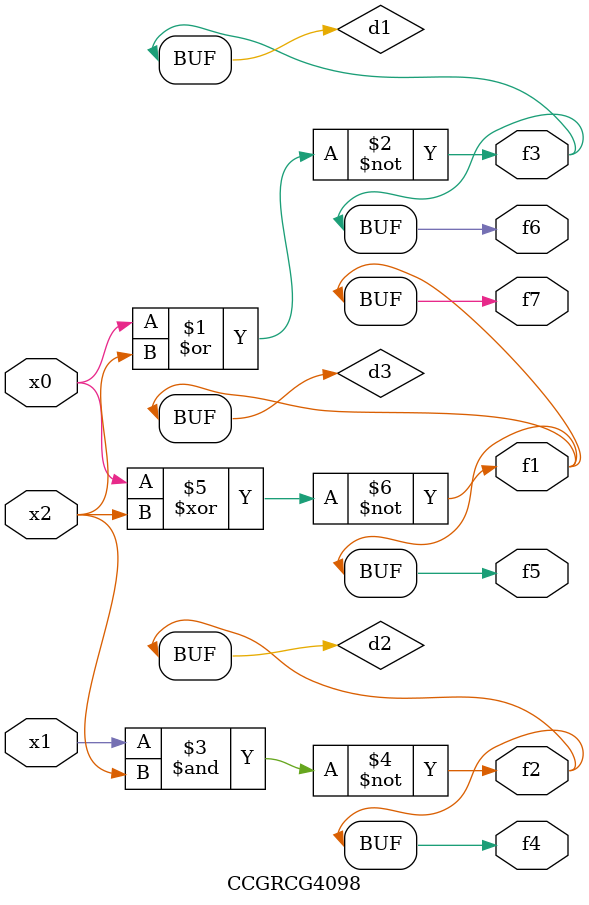
<source format=v>
module CCGRCG4098(
	input x0, x1, x2,
	output f1, f2, f3, f4, f5, f6, f7
);

	wire d1, d2, d3;

	nor (d1, x0, x2);
	nand (d2, x1, x2);
	xnor (d3, x0, x2);
	assign f1 = d3;
	assign f2 = d2;
	assign f3 = d1;
	assign f4 = d2;
	assign f5 = d3;
	assign f6 = d1;
	assign f7 = d3;
endmodule

</source>
